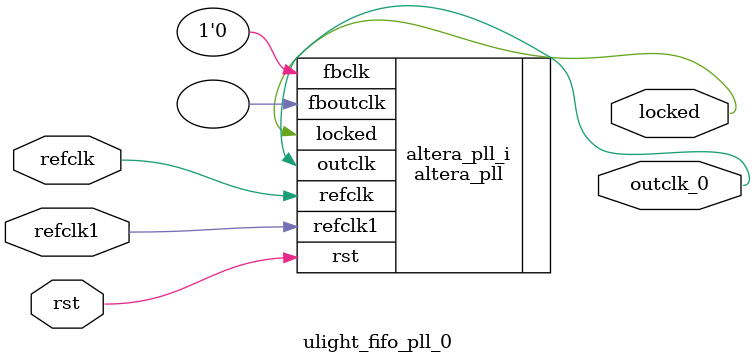
<source format=v>
`timescale 1ns/10ps
module  ulight_fifo_pll_0(

	// interface 'refclk'
	input wire refclk,

	// interface 'reset'
	input wire rst,

	// interface 'outclk0'
	output wire outclk_0,

	// interface 'locked'
	output wire locked,

	// interface 'refclk1'
	input wire refclk1
);

	altera_pll #(
		.fractional_vco_multiplier("false"),
		.reference_clock_frequency("50.0 MHz"),
		.pll_fractional_cout(32),
		.pll_dsm_out_sel("1st_order"),
		.operation_mode("normal"),
		.number_of_clocks(1),
		.output_clock_frequency0("400.000000 MHz"),
		.phase_shift0("0 ps"),
		.duty_cycle0(50),
		.output_clock_frequency1("0 MHz"),
		.phase_shift1("0 ps"),
		.duty_cycle1(50),
		.output_clock_frequency2("0 MHz"),
		.phase_shift2("0 ps"),
		.duty_cycle2(50),
		.output_clock_frequency3("0 MHz"),
		.phase_shift3("0 ps"),
		.duty_cycle3(50),
		.output_clock_frequency4("0 MHz"),
		.phase_shift4("0 ps"),
		.duty_cycle4(50),
		.output_clock_frequency5("0 MHz"),
		.phase_shift5("0 ps"),
		.duty_cycle5(50),
		.output_clock_frequency6("0 MHz"),
		.phase_shift6("0 ps"),
		.duty_cycle6(50),
		.output_clock_frequency7("0 MHz"),
		.phase_shift7("0 ps"),
		.duty_cycle7(50),
		.output_clock_frequency8("0 MHz"),
		.phase_shift8("0 ps"),
		.duty_cycle8(50),
		.output_clock_frequency9("0 MHz"),
		.phase_shift9("0 ps"),
		.duty_cycle9(50),
		.output_clock_frequency10("0 MHz"),
		.phase_shift10("0 ps"),
		.duty_cycle10(50),
		.output_clock_frequency11("0 MHz"),
		.phase_shift11("0 ps"),
		.duty_cycle11(50),
		.output_clock_frequency12("0 MHz"),
		.phase_shift12("0 ps"),
		.duty_cycle12(50),
		.output_clock_frequency13("0 MHz"),
		.phase_shift13("0 ps"),
		.duty_cycle13(50),
		.output_clock_frequency14("0 MHz"),
		.phase_shift14("0 ps"),
		.duty_cycle14(50),
		.output_clock_frequency15("0 MHz"),
		.phase_shift15("0 ps"),
		.duty_cycle15(50),
		.output_clock_frequency16("0 MHz"),
		.phase_shift16("0 ps"),
		.duty_cycle16(50),
		.output_clock_frequency17("0 MHz"),
		.phase_shift17("0 ps"),
		.duty_cycle17(50),
		.pll_type("Cyclone V"),
		.pll_subtype("General"),
		.m_cnt_hi_div(4),
		.m_cnt_lo_div(4),
		.n_cnt_hi_div(256),
		.n_cnt_lo_div(256),
		.m_cnt_bypass_en("false"),
		.n_cnt_bypass_en("true"),
		.m_cnt_odd_div_duty_en("false"),
		.n_cnt_odd_div_duty_en("false"),
		.c_cnt_hi_div0(256),
		.c_cnt_lo_div0(256),
		.c_cnt_prst0(1),
		.c_cnt_ph_mux_prst0(0),
		.c_cnt_in_src0("ph_mux_clk"),
		.c_cnt_bypass_en0("true"),
		.c_cnt_odd_div_duty_en0("false"),
		.c_cnt_hi_div1(1),
		.c_cnt_lo_div1(1),
		.c_cnt_prst1(1),
		.c_cnt_ph_mux_prst1(0),
		.c_cnt_in_src1("ph_mux_clk"),
		.c_cnt_bypass_en1("true"),
		.c_cnt_odd_div_duty_en1("false"),
		.c_cnt_hi_div2(1),
		.c_cnt_lo_div2(1),
		.c_cnt_prst2(1),
		.c_cnt_ph_mux_prst2(0),
		.c_cnt_in_src2("ph_mux_clk"),
		.c_cnt_bypass_en2("true"),
		.c_cnt_odd_div_duty_en2("false"),
		.c_cnt_hi_div3(1),
		.c_cnt_lo_div3(1),
		.c_cnt_prst3(1),
		.c_cnt_ph_mux_prst3(0),
		.c_cnt_in_src3("ph_mux_clk"),
		.c_cnt_bypass_en3("true"),
		.c_cnt_odd_div_duty_en3("false"),
		.c_cnt_hi_div4(1),
		.c_cnt_lo_div4(1),
		.c_cnt_prst4(1),
		.c_cnt_ph_mux_prst4(0),
		.c_cnt_in_src4("ph_mux_clk"),
		.c_cnt_bypass_en4("true"),
		.c_cnt_odd_div_duty_en4("false"),
		.c_cnt_hi_div5(1),
		.c_cnt_lo_div5(1),
		.c_cnt_prst5(1),
		.c_cnt_ph_mux_prst5(0),
		.c_cnt_in_src5("ph_mux_clk"),
		.c_cnt_bypass_en5("true"),
		.c_cnt_odd_div_duty_en5("false"),
		.c_cnt_hi_div6(1),
		.c_cnt_lo_div6(1),
		.c_cnt_prst6(1),
		.c_cnt_ph_mux_prst6(0),
		.c_cnt_in_src6("ph_mux_clk"),
		.c_cnt_bypass_en6("true"),
		.c_cnt_odd_div_duty_en6("false"),
		.c_cnt_hi_div7(1),
		.c_cnt_lo_div7(1),
		.c_cnt_prst7(1),
		.c_cnt_ph_mux_prst7(0),
		.c_cnt_in_src7("ph_mux_clk"),
		.c_cnt_bypass_en7("true"),
		.c_cnt_odd_div_duty_en7("false"),
		.c_cnt_hi_div8(1),
		.c_cnt_lo_div8(1),
		.c_cnt_prst8(1),
		.c_cnt_ph_mux_prst8(0),
		.c_cnt_in_src8("ph_mux_clk"),
		.c_cnt_bypass_en8("true"),
		.c_cnt_odd_div_duty_en8("false"),
		.c_cnt_hi_div9(1),
		.c_cnt_lo_div9(1),
		.c_cnt_prst9(1),
		.c_cnt_ph_mux_prst9(0),
		.c_cnt_in_src9("ph_mux_clk"),
		.c_cnt_bypass_en9("true"),
		.c_cnt_odd_div_duty_en9("false"),
		.c_cnt_hi_div10(1),
		.c_cnt_lo_div10(1),
		.c_cnt_prst10(1),
		.c_cnt_ph_mux_prst10(0),
		.c_cnt_in_src10("ph_mux_clk"),
		.c_cnt_bypass_en10("true"),
		.c_cnt_odd_div_duty_en10("false"),
		.c_cnt_hi_div11(1),
		.c_cnt_lo_div11(1),
		.c_cnt_prst11(1),
		.c_cnt_ph_mux_prst11(0),
		.c_cnt_in_src11("ph_mux_clk"),
		.c_cnt_bypass_en11("true"),
		.c_cnt_odd_div_duty_en11("false"),
		.c_cnt_hi_div12(1),
		.c_cnt_lo_div12(1),
		.c_cnt_prst12(1),
		.c_cnt_ph_mux_prst12(0),
		.c_cnt_in_src12("ph_mux_clk"),
		.c_cnt_bypass_en12("true"),
		.c_cnt_odd_div_duty_en12("false"),
		.c_cnt_hi_div13(1),
		.c_cnt_lo_div13(1),
		.c_cnt_prst13(1),
		.c_cnt_ph_mux_prst13(0),
		.c_cnt_in_src13("ph_mux_clk"),
		.c_cnt_bypass_en13("true"),
		.c_cnt_odd_div_duty_en13("false"),
		.c_cnt_hi_div14(1),
		.c_cnt_lo_div14(1),
		.c_cnt_prst14(1),
		.c_cnt_ph_mux_prst14(0),
		.c_cnt_in_src14("ph_mux_clk"),
		.c_cnt_bypass_en14("true"),
		.c_cnt_odd_div_duty_en14("false"),
		.c_cnt_hi_div15(1),
		.c_cnt_lo_div15(1),
		.c_cnt_prst15(1),
		.c_cnt_ph_mux_prst15(0),
		.c_cnt_in_src15("ph_mux_clk"),
		.c_cnt_bypass_en15("true"),
		.c_cnt_odd_div_duty_en15("false"),
		.c_cnt_hi_div16(1),
		.c_cnt_lo_div16(1),
		.c_cnt_prst16(1),
		.c_cnt_ph_mux_prst16(0),
		.c_cnt_in_src16("ph_mux_clk"),
		.c_cnt_bypass_en16("true"),
		.c_cnt_odd_div_duty_en16("false"),
		.c_cnt_hi_div17(1),
		.c_cnt_lo_div17(1),
		.c_cnt_prst17(1),
		.c_cnt_ph_mux_prst17(0),
		.c_cnt_in_src17("ph_mux_clk"),
		.c_cnt_bypass_en17("true"),
		.c_cnt_odd_div_duty_en17("false"),
		.pll_vco_div(2),
		.pll_cp_current(20),
		.pll_bwctrl(4000),
		.pll_output_clk_frequency("400.0 MHz"),
		.pll_fractional_division("1"),
		.mimic_fbclk_type("gclk"),
		.pll_fbclk_mux_1("glb"),
		.pll_fbclk_mux_2("fb_1"),
		.pll_m_cnt_in_src("ph_mux_clk"),
		.pll_slf_rst("false"),
		.refclk1_frequency("100.0 MHz"),
		.pll_clk_loss_sw_en("true"),
		.pll_manu_clk_sw_en("false"),
		.pll_auto_clk_sw_en("true"),
		.pll_clkin_1_src("clk_1"),
		.pll_clk_sw_dly(0)
	) altera_pll_i (
		.refclk1	(refclk1),
		.rst	(rst),
		.outclk	({outclk_0}),
		.locked	(locked),
		.fboutclk	( ),
		.fbclk	(1'b0),
		.refclk	(refclk)
	);
endmodule


</source>
